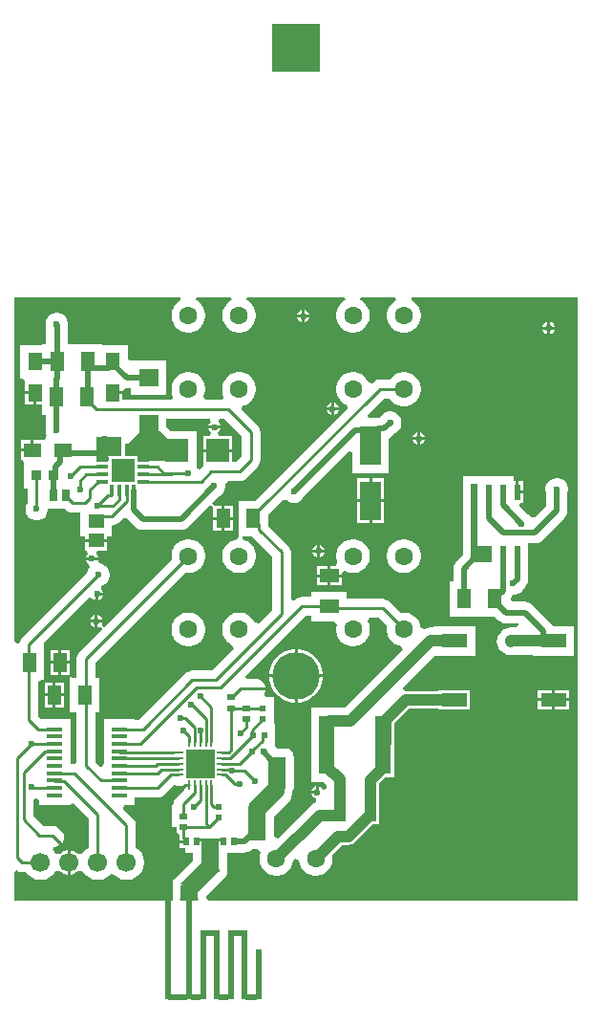
<source format=gbl>
G04*
G04 #@! TF.GenerationSoftware,Altium Limited,Altium Designer,23.1.1 (15)*
G04*
G04 Layer_Physical_Order=2*
G04 Layer_Color=16711680*
%FSLAX44Y44*%
%MOMM*%
G71*
G04*
G04 #@! TF.SameCoordinates,4FD7E483-A0BE-4EFF-918D-63B1A9DD4886*
G04*
G04*
G04 #@! TF.FilePolarity,Positive*
G04*
G01*
G75*
%ADD17C,0.2540*%
%ADD21R,0.5800X0.6400*%
%ADD24R,1.2000X1.7000*%
%ADD27R,1.4000X1.2500*%
%ADD28R,1.1000X1.7000*%
%ADD29R,1.8500X3.4500*%
%ADD30R,0.6400X0.5800*%
%ADD50C,0.5000*%
%ADD51C,1.0000*%
%ADD53C,1.7000*%
%ADD54C,1.6000*%
%ADD55C,4.2000*%
%ADD56R,4.2000X4.2000*%
%ADD57C,0.6000*%
%ADD58C,0.5000*%
%ADD59C,0.8000*%
%ADD60R,0.5800X0.6200*%
%ADD61R,0.5000X0.5200*%
%ADD62R,2.3000X1.2500*%
%ADD63R,1.6000X1.2500*%
%ADD64R,0.5500X0.6000*%
%ADD65R,0.6200X0.5800*%
%ADD66R,0.8500X0.2500*%
%ADD67R,0.2500X0.8500*%
%ADD68R,2.6000X2.6000*%
%ADD69R,1.3500X0.4000*%
%ADD70R,0.8000X1.0000*%
%ADD71R,0.3000X1.1000*%
%ADD72R,1.1000X0.3000*%
%ADD73R,2.1000X2.1000*%
%ADD74R,1.2500X1.6000*%
%ADD75R,1.7000X1.6500*%
%ADD76R,2.0000X2.1000*%
%ADD77R,0.8500X0.9000*%
%ADD78R,0.6000X1.4500*%
%ADD79R,1.4000X5.2000*%
%ADD80R,1.7000X1.2000*%
%ADD81R,1.6200X2.6500*%
G04:AMPARAMS|DCode=82|XSize=1.62mm|YSize=2.65mm|CornerRadius=0mm|HoleSize=0mm|Usage=FLASHONLY|Rotation=135.000|XOffset=0mm|YOffset=0mm|HoleType=Round|Shape=Rectangle|*
%AMROTATEDRECTD82*
4,1,4,1.5097,0.3642,-0.3642,-1.5097,-1.5097,-0.3642,0.3642,1.5097,1.5097,0.3642,0.0*
%
%ADD82ROTATEDRECTD82*%

%ADD83R,0.8750X0.5000*%
%ADD84R,0.5000X8.3000*%
%ADD85R,0.5000X4.5000*%
%ADD86R,0.9750X0.5000*%
%ADD87R,0.5000X6.1000*%
%ADD88R,0.9250X0.5000*%
%ADD89R,0.9000X0.5000*%
%ADD90R,1.6750X0.5000*%
%ADD91R,3.1448X2.1783*%
%ADD92R,1.6200X1.3000*%
G36*
X500000Y130000D02*
X173199D01*
X172957Y130056D01*
X170347Y131147D01*
Y134177D01*
X186992Y150822D01*
X188114Y152285D01*
X188820Y153988D01*
X189060Y155815D01*
Y172050D01*
X205200D01*
Y172793D01*
X206730Y172995D01*
X209041Y173952D01*
X210654Y175190D01*
X216409D01*
X218414Y172190D01*
X218076Y171375D01*
X217500Y168477D01*
Y165523D01*
X218076Y162625D01*
X219207Y159895D01*
X220849Y157438D01*
X222938Y155349D01*
X225395Y153707D01*
X228125Y152577D01*
X231022Y152000D01*
X233977D01*
X236875Y152577D01*
X239605Y153707D01*
X242062Y155349D01*
X244151Y157438D01*
X245793Y159895D01*
X246923Y162625D01*
X247341Y164724D01*
X249500Y166883D01*
X252500Y165641D01*
Y165523D01*
X253076Y162625D01*
X254207Y159895D01*
X255849Y157438D01*
X257938Y155349D01*
X260395Y153707D01*
X263125Y152577D01*
X266023Y152000D01*
X268977D01*
X271875Y152577D01*
X274605Y153707D01*
X277062Y155349D01*
X279151Y157438D01*
X280793Y159895D01*
X281924Y162625D01*
X282500Y165523D01*
Y168477D01*
X282041Y170786D01*
X290474Y179219D01*
X296574D01*
X298543Y179478D01*
X300377Y180238D01*
X301952Y181446D01*
X318465Y197960D01*
X323790D01*
Y220040D01*
X323355D01*
Y233600D01*
X328965Y239210D01*
X336790D01*
Y269256D01*
X336855Y269750D01*
Y286754D01*
X350246Y300145D01*
X376210D01*
Y298960D01*
X404290D01*
Y316540D01*
X376210D01*
Y315355D01*
X347096D01*
X346081Y315221D01*
X344619Y318003D01*
X373117Y346500D01*
X408750D01*
Y373000D01*
X371750D01*
Y371854D01*
X369250D01*
X366117Y371441D01*
X363500Y370357D01*
X361743Y370999D01*
X360420Y371882D01*
X359924Y374375D01*
X358793Y377105D01*
X357151Y379562D01*
X355062Y381651D01*
X352605Y383293D01*
X349875Y384423D01*
X346977Y385000D01*
X344023D01*
X342583Y384714D01*
X332648Y394648D01*
X330921Y395974D01*
X328909Y396807D01*
X326750Y397091D01*
X326750Y397091D01*
X294750D01*
Y403500D01*
X263750D01*
Y398841D01*
X254750D01*
X254750Y398841D01*
X252591Y398557D01*
X250579Y397724D01*
X248852Y396398D01*
X248852Y396398D01*
X248113Y395660D01*
X245341Y396808D01*
Y438500D01*
X245341Y438500D01*
X245057Y440659D01*
X244224Y442671D01*
X242898Y444398D01*
X225321Y461975D01*
Y463520D01*
X225250Y464062D01*
Y471954D01*
X237953Y484657D01*
X242073Y484534D01*
X242110Y484498D01*
X244390Y483181D01*
X246933Y482500D01*
X249566D01*
X252110Y483181D01*
X254390Y484498D01*
X256252Y486360D01*
X257060Y487759D01*
X297228Y527927D01*
X300000Y526779D01*
Y508750D01*
X332500D01*
Y539228D01*
X333041Y539452D01*
X335025Y540975D01*
X338241Y544190D01*
X339640Y544998D01*
X341502Y546860D01*
X342818Y549140D01*
X343500Y551684D01*
Y554316D01*
X342818Y556860D01*
X341502Y559140D01*
X339640Y561002D01*
X337360Y562318D01*
X334817Y563000D01*
X332183D01*
X329640Y562318D01*
X327360Y561002D01*
X325498Y559140D01*
X324690Y557741D01*
X324281Y557332D01*
X323000D01*
X322377Y557250D01*
X314466D01*
X313318Y560022D01*
X327955Y574659D01*
X333033D01*
X333849Y573438D01*
X335938Y571349D01*
X338395Y569707D01*
X341125Y568576D01*
X344023Y568000D01*
X346977D01*
X349875Y568576D01*
X352605Y569707D01*
X355062Y571349D01*
X357151Y573438D01*
X358793Y575895D01*
X359924Y578625D01*
X360500Y581523D01*
Y584477D01*
X359924Y587375D01*
X358793Y590105D01*
X357151Y592562D01*
X355062Y594651D01*
X352605Y596293D01*
X349875Y597424D01*
X346977Y598000D01*
X344023D01*
X341125Y597424D01*
X338395Y596293D01*
X335938Y594651D01*
X333849Y592562D01*
X333033Y591341D01*
X324500D01*
X322341Y591057D01*
X320329Y590224D01*
X318602Y588898D01*
X318602Y588898D01*
X317695Y587992D01*
X314312Y588851D01*
X313793Y590105D01*
X312151Y592562D01*
X310062Y594651D01*
X307605Y596293D01*
X304875Y597424D01*
X301977Y598000D01*
X299023D01*
X296125Y597424D01*
X293395Y596293D01*
X290938Y594651D01*
X288849Y592562D01*
X287207Y590105D01*
X286076Y587375D01*
X285500Y584477D01*
Y581523D01*
X286076Y578625D01*
X287207Y575895D01*
X288849Y573438D01*
X290938Y571349D01*
X293395Y569707D01*
X294649Y569188D01*
X295508Y565805D01*
X213453Y483750D01*
X199250D01*
Y453000D01*
X199250Y452750D01*
X198646Y450000D01*
X198023D01*
X195125Y449424D01*
X192395Y448293D01*
X189938Y446651D01*
X187849Y444562D01*
X186207Y442105D01*
X185077Y439375D01*
X184500Y436477D01*
Y433523D01*
X185077Y430625D01*
X186207Y427895D01*
X187849Y425438D01*
X189938Y423349D01*
X192395Y421707D01*
X195125Y420577D01*
X198023Y420000D01*
X200977D01*
X203875Y420577D01*
X206605Y421707D01*
X209062Y423349D01*
X211151Y425438D01*
X212793Y427895D01*
X213923Y430625D01*
X214500Y433523D01*
Y436477D01*
X213923Y439375D01*
X212793Y442105D01*
X211151Y444562D01*
X209062Y446651D01*
X206605Y448293D01*
X203875Y449424D01*
X202234Y449750D01*
X202530Y452750D01*
X210983D01*
X211082Y452622D01*
X228659Y435045D01*
Y386955D01*
X216695Y374992D01*
X213312Y375851D01*
X212793Y377105D01*
X211151Y379562D01*
X209062Y381651D01*
X206605Y383293D01*
X203875Y384424D01*
X200977Y385000D01*
X198023D01*
X195125Y384424D01*
X192395Y383293D01*
X189938Y381651D01*
X187849Y379562D01*
X186207Y377105D01*
X185077Y374375D01*
X184500Y371477D01*
Y368523D01*
X185077Y365625D01*
X186207Y362895D01*
X187849Y360438D01*
X189938Y358349D01*
X192395Y356707D01*
X193649Y356188D01*
X194508Y352805D01*
X175295Y333591D01*
X158000D01*
X155841Y333307D01*
X153829Y332474D01*
X152102Y331148D01*
X152102Y331148D01*
X111045Y290091D01*
X107250D01*
Y290750D01*
X79750D01*
Y274250D01*
X79750Y272750D01*
X79750Y272750D01*
X79750Y271250D01*
X79750Y271250D01*
X79750Y269750D01*
Y254750D01*
X79750Y253250D01*
X79750D01*
Y251750D01*
X79323Y249650D01*
X76436Y248610D01*
X72091Y252955D01*
Y296500D01*
X75500D01*
Y327500D01*
X72091D01*
Y340795D01*
X151583Y420286D01*
X153023Y420000D01*
X155977D01*
X158875Y420577D01*
X161605Y421707D01*
X164062Y423349D01*
X166151Y425438D01*
X167793Y427895D01*
X168923Y430625D01*
X169500Y433523D01*
Y436477D01*
X168923Y439375D01*
X167793Y442105D01*
X166151Y444562D01*
X164062Y446651D01*
X161605Y448293D01*
X158875Y449424D01*
X155977Y450000D01*
X153023D01*
X150125Y449424D01*
X147395Y448293D01*
X144938Y446651D01*
X142849Y444562D01*
X141207Y442105D01*
X140077Y439375D01*
X139500Y436477D01*
Y433523D01*
X139786Y432083D01*
X79906Y372202D01*
X77697Y374112D01*
X77957Y374741D01*
X78470Y375980D01*
X74270D01*
Y371780D01*
X75508Y372293D01*
X76138Y372553D01*
X78048Y370344D01*
X57852Y350148D01*
X56526Y348421D01*
X55693Y346409D01*
X55409Y344250D01*
X55409Y344250D01*
Y327500D01*
X52471D01*
X52253Y327500D01*
X50571Y327543D01*
X49328Y329888D01*
X49290Y330549D01*
X49290Y332474D01*
Y339730D01*
X42020D01*
Y329960D01*
X46319D01*
X46537Y329960D01*
X48219Y329917D01*
X49462Y327572D01*
X49500Y326911D01*
X49500Y324986D01*
Y296500D01*
X55409D01*
Y252546D01*
X53750Y251092D01*
X53750Y251092D01*
X49750D01*
Y258250D01*
Y266250D01*
Y272750D01*
Y290750D01*
X23797D01*
X21591Y292955D01*
Y324034D01*
X24591Y325485D01*
X25679Y325457D01*
X26922Y323112D01*
X26960Y322451D01*
X26960Y320526D01*
Y313270D01*
X34230D01*
Y323040D01*
X29931D01*
X29713Y323040D01*
X28031Y323083D01*
X26788Y325428D01*
X26750Y326089D01*
X26750Y328014D01*
Y356500D01*
X26750D01*
X26105Y358058D01*
X65981Y397934D01*
X69727Y397438D01*
X70362Y396803D01*
X72230Y396030D01*
Y401500D01*
X73500D01*
Y402770D01*
X78970D01*
X78197Y404638D01*
X76990Y405845D01*
X77262Y407691D01*
X77792Y408962D01*
X78610Y409182D01*
X80890Y410498D01*
X82752Y412360D01*
X84068Y414640D01*
X84750Y417183D01*
Y419817D01*
X84068Y422360D01*
X82752Y424640D01*
X80890Y426502D01*
X78610Y427818D01*
X76412Y428408D01*
X75887Y428838D01*
X74489Y431480D01*
X63530D01*
X64303Y429612D01*
X65862Y428053D01*
X65902Y428037D01*
X66732Y424703D01*
X66654Y424478D01*
X65431Y422360D01*
X64926Y420472D01*
X7352Y362898D01*
X6026Y361171D01*
X5193Y359159D01*
X5088Y358364D01*
X2325Y357560D01*
X0Y359444D01*
Y664500D01*
X147298D01*
X147895Y661500D01*
X147395Y661293D01*
X144938Y659651D01*
X142849Y657562D01*
X141207Y655105D01*
X140077Y652375D01*
X139500Y649477D01*
Y646523D01*
X140077Y643625D01*
X141207Y640895D01*
X142849Y638438D01*
X144938Y636349D01*
X147395Y634707D01*
X150125Y633577D01*
X153023Y633000D01*
X155977D01*
X158876Y633577D01*
X161605Y634707D01*
X164062Y636349D01*
X166151Y638438D01*
X167793Y640895D01*
X168924Y643625D01*
X169500Y646523D01*
Y649477D01*
X168924Y652375D01*
X167793Y655105D01*
X166151Y657562D01*
X164062Y659651D01*
X161605Y661293D01*
X161105Y661500D01*
X161702Y664500D01*
X192298D01*
X192895Y661500D01*
X192395Y661293D01*
X189938Y659651D01*
X187849Y657562D01*
X186208Y655105D01*
X185077Y652375D01*
X184500Y649477D01*
Y646523D01*
X185077Y643625D01*
X186208Y640895D01*
X187849Y638438D01*
X189938Y636349D01*
X192395Y634707D01*
X195125Y633577D01*
X198023Y633000D01*
X200978D01*
X203876Y633577D01*
X206605Y634707D01*
X209062Y636349D01*
X211152Y638438D01*
X212793Y640895D01*
X213924Y643625D01*
X214500Y646523D01*
Y649477D01*
X213924Y652375D01*
X212793Y655105D01*
X211152Y657562D01*
X209062Y659651D01*
X206605Y661293D01*
X206105Y661500D01*
X206702Y664500D01*
X293298D01*
X293895Y661500D01*
X293395Y661293D01*
X290938Y659651D01*
X288849Y657562D01*
X287207Y655105D01*
X286076Y652375D01*
X285500Y649477D01*
Y646523D01*
X286076Y643625D01*
X287207Y640895D01*
X288849Y638438D01*
X290938Y636349D01*
X293395Y634707D01*
X296125Y633576D01*
X299023Y633000D01*
X301977D01*
X304875Y633576D01*
X307605Y634707D01*
X310062Y636349D01*
X312151Y638438D01*
X313793Y640895D01*
X314923Y643625D01*
X315500Y646523D01*
Y649477D01*
X314923Y652375D01*
X313793Y655105D01*
X312151Y657562D01*
X310062Y659651D01*
X307605Y661293D01*
X307105Y661500D01*
X307702Y664500D01*
X338298D01*
X338895Y661500D01*
X338395Y661293D01*
X335938Y659651D01*
X333849Y657562D01*
X332207Y655105D01*
X331077Y652375D01*
X330500Y649477D01*
Y646523D01*
X331077Y643625D01*
X332207Y640895D01*
X333849Y638438D01*
X335938Y636349D01*
X338395Y634707D01*
X341125Y633576D01*
X344023Y633000D01*
X346977D01*
X349875Y633576D01*
X352605Y634707D01*
X355062Y636349D01*
X357151Y638438D01*
X358793Y640895D01*
X359924Y643625D01*
X360500Y646523D01*
Y649477D01*
X359924Y652375D01*
X358793Y655105D01*
X357151Y657562D01*
X355062Y659651D01*
X352605Y661293D01*
X352105Y661500D01*
X352702Y664500D01*
X500000D01*
Y130000D01*
D02*
G37*
G36*
X263750Y377500D02*
X284124D01*
X286128Y374500D01*
X286076Y374375D01*
X285500Y371477D01*
Y368523D01*
X286076Y365625D01*
X287207Y362895D01*
X288849Y360438D01*
X290938Y358349D01*
X293395Y356707D01*
X296125Y355577D01*
X299023Y355000D01*
X301977D01*
X304875Y355577D01*
X307605Y356707D01*
X310062Y358349D01*
X312151Y360438D01*
X313793Y362895D01*
X314923Y365625D01*
X315500Y368523D01*
Y371477D01*
X314923Y374375D01*
X313793Y377105D01*
X313590Y377409D01*
X315194Y380409D01*
X323295D01*
X330786Y372917D01*
X330500Y371477D01*
Y368523D01*
X331077Y365625D01*
X332207Y362895D01*
X333849Y360438D01*
X335938Y358349D01*
X338395Y356707D01*
X341125Y355577D01*
X343286Y355146D01*
X344236Y353225D01*
X344383Y352000D01*
X293194Y300811D01*
X279250D01*
X278787Y300750D01*
X263250D01*
Y234750D01*
X274133D01*
X276896Y231987D01*
Y229002D01*
X273897Y228406D01*
X273697Y228888D01*
X272138Y230447D01*
X270270Y231220D01*
Y225750D01*
X269000D01*
Y224480D01*
X263530D01*
X264303Y222612D01*
X265862Y221053D01*
X267898Y220210D01*
X268011Y217210D01*
X267867Y217191D01*
X264948Y215982D01*
X262441Y214058D01*
X233510Y185128D01*
X230510Y186370D01*
Y204590D01*
X244054Y218134D01*
X244082Y218170D01*
X244118Y218198D01*
X244642Y218900D01*
X245176Y219596D01*
X245194Y219638D01*
X245221Y219675D01*
X245546Y220489D01*
X245881Y221299D01*
X245887Y221344D01*
X245904Y221387D01*
X247843Y229010D01*
X247946Y229881D01*
X248060Y230750D01*
Y257250D01*
X247820Y259077D01*
X247115Y260780D01*
X245993Y262243D01*
X244530Y263365D01*
X242827Y264070D01*
X241000Y264310D01*
X233144D01*
X231550Y266650D01*
Y286850D01*
X230850D01*
Y290250D01*
Y310050D01*
X223239D01*
X221759Y313050D01*
X221974Y313329D01*
X222807Y315341D01*
X223091Y317500D01*
X222807Y319659D01*
X221974Y321671D01*
X220648Y323398D01*
X220148Y323898D01*
X218421Y325224D01*
X216409Y326057D01*
X214250Y326341D01*
X214250Y326341D01*
X206308D01*
X205159Y329113D01*
X258205Y382159D01*
X263750D01*
Y377500D01*
D02*
G37*
G36*
X241000Y230750D02*
X239062Y223127D01*
X230250Y231938D01*
Y232000D01*
X239750D01*
X241000Y230750D01*
D02*
G37*
G36*
X145000Y231810D02*
Y231250D01*
X150591D01*
X150954Y228250D01*
X143852Y221148D01*
X142526Y219421D01*
X141693Y217409D01*
X141409Y215250D01*
X139550Y214700D01*
Y194900D01*
X144010D01*
Y189760D01*
X144389D01*
X146760Y188240D01*
Y176760D01*
X151900D01*
Y172300D01*
X158740D01*
Y165450D01*
X146477Y153187D01*
X142302Y149339D01*
X142209Y149228D01*
X142094Y149140D01*
X141694Y148618D01*
X141420Y148311D01*
X140147Y148479D01*
X118336D01*
X116509Y148238D01*
X114806Y147533D01*
X113343Y146411D01*
X112221Y144949D01*
X111516Y143246D01*
X111276Y141419D01*
Y130000D01*
X0D01*
Y155098D01*
X3000Y156578D01*
X3067Y156526D01*
X5079Y155693D01*
X7238Y155409D01*
X10332D01*
X11360Y153869D01*
X13519Y151710D01*
X16058Y150014D01*
X18879Y148846D01*
X21873Y148250D01*
X24927D01*
X27921Y148846D01*
X30742Y150014D01*
X33281Y151710D01*
X35440Y153869D01*
X36970Y156160D01*
X38199Y156493D01*
X40426Y156511D01*
X42021Y154916D01*
X44539Y153462D01*
X47347Y152710D01*
X47530D01*
Y163750D01*
Y174790D01*
X47347D01*
X44539Y174038D01*
X42021Y172584D01*
X40426Y170989D01*
X38199Y171007D01*
X36970Y171340D01*
X35440Y173631D01*
X34201Y174870D01*
X35602Y177711D01*
X36000Y177659D01*
X38159Y177943D01*
X40171Y178776D01*
X41898Y180102D01*
X43224Y181829D01*
X44057Y183841D01*
X44341Y186000D01*
X44057Y188159D01*
X43224Y190171D01*
X41898Y191898D01*
X40148Y193648D01*
X38421Y194974D01*
X36409Y195807D01*
X34250Y196091D01*
X34250Y196091D01*
X25955D01*
X16881Y205165D01*
Y219261D01*
X17386Y219585D01*
X19730Y220615D01*
X20663Y220172D01*
X22250Y218957D01*
Y214250D01*
X49750D01*
Y215072D01*
X52522Y216220D01*
X65859Y202883D01*
Y176818D01*
X64319Y175790D01*
X62160Y173631D01*
X60630Y171340D01*
X59401Y171007D01*
X57174Y170989D01*
X55579Y172584D01*
X53061Y174038D01*
X50253Y174790D01*
X50070D01*
Y163750D01*
Y152710D01*
X50253D01*
X53061Y153462D01*
X55579Y154916D01*
X57174Y156511D01*
X59401Y156493D01*
X60630Y156160D01*
X62160Y153869D01*
X64319Y151710D01*
X66858Y150014D01*
X69679Y148846D01*
X72673Y148250D01*
X75727D01*
X78721Y148846D01*
X81542Y150014D01*
X84081Y151710D01*
X84868Y152498D01*
X86900Y153533D01*
X88932Y152498D01*
X89719Y151710D01*
X92258Y150014D01*
X95079Y148846D01*
X98073Y148250D01*
X101127D01*
X104121Y148846D01*
X106942Y150014D01*
X109481Y151710D01*
X111640Y153869D01*
X113336Y156408D01*
X114504Y159229D01*
X115100Y162223D01*
Y165277D01*
X114504Y168271D01*
X113336Y171092D01*
X111640Y173631D01*
X109481Y175790D01*
X107941Y176818D01*
Y196900D01*
X107941Y196900D01*
X107657Y199059D01*
X106824Y201071D01*
X105498Y202798D01*
X105498Y202798D01*
X96818Y211479D01*
X97966Y214250D01*
X107250D01*
Y220750D01*
X107250D01*
Y221409D01*
X127500D01*
X127500Y221409D01*
X129659Y221693D01*
X131671Y222526D01*
X133398Y223852D01*
X142000Y232453D01*
X145000Y231810D01*
D02*
G37*
G36*
X216500Y208500D02*
X207250Y208750D01*
X207750Y211250D01*
X208868Y215843D01*
X209157D01*
X216500Y208500D01*
D02*
G37*
G36*
X182000Y155815D02*
X181562Y155377D01*
X179085Y157651D01*
X182000D01*
Y155815D01*
D02*
G37*
G36*
X155021Y145266D02*
X156072Y143789D01*
X151831D01*
X147087Y144147D01*
X151368Y148093D01*
X155021Y145266D01*
D02*
G37*
G36*
X163287Y131147D02*
X162389Y130250D01*
X147984D01*
X147087Y131147D01*
X151231Y131676D01*
X155250Y131500D01*
X159322Y131676D01*
X163287Y131147D01*
D02*
G37*
%LPC*%
G36*
X257770Y652970D02*
Y648770D01*
X261970D01*
X261197Y650638D01*
X259638Y652197D01*
X257770Y652970D01*
D02*
G37*
G36*
X255230D02*
X253362Y652197D01*
X251803Y650638D01*
X251030Y648770D01*
X255230D01*
Y652970D01*
D02*
G37*
G36*
X261970Y646230D02*
X257770D01*
Y642030D01*
X259638Y642803D01*
X261197Y644362D01*
X261970Y646230D01*
D02*
G37*
G36*
X255230D02*
X251030D01*
X251803Y644362D01*
X253362Y642803D01*
X255230Y642030D01*
Y646230D01*
D02*
G37*
G36*
X475520Y642470D02*
Y638270D01*
X479720D01*
X478947Y640138D01*
X477388Y641697D01*
X475520Y642470D01*
D02*
G37*
G36*
X472980D02*
X471112Y641697D01*
X469553Y640138D01*
X468780Y638270D01*
X472980D01*
Y642470D01*
D02*
G37*
G36*
X479720Y635730D02*
X475520D01*
Y631530D01*
X477388Y632303D01*
X478947Y633862D01*
X479720Y635730D01*
D02*
G37*
G36*
X472980D02*
X468780D01*
X469553Y633862D01*
X471112Y632303D01*
X472980Y631530D01*
Y635730D01*
D02*
G37*
G36*
X17230Y578230D02*
X9710D01*
Y568960D01*
X17230D01*
Y578230D01*
D02*
G37*
G36*
X283676Y570831D02*
Y566631D01*
X287877D01*
X287103Y568499D01*
X285545Y570057D01*
X283676Y570831D01*
D02*
G37*
G36*
X281136D02*
X279268Y570057D01*
X277710Y568499D01*
X276936Y566631D01*
X281136D01*
Y570831D01*
D02*
G37*
G36*
X287877Y564091D02*
X283676D01*
Y559890D01*
X285545Y560664D01*
X287103Y562223D01*
X287877Y564091D01*
D02*
G37*
G36*
X281136D02*
X276936D01*
X277710Y562223D01*
X279268Y560664D01*
X281136Y559890D01*
Y564091D01*
D02*
G37*
G36*
X360270Y544470D02*
Y540270D01*
X364470D01*
X363697Y542138D01*
X362138Y543697D01*
X360270Y544470D01*
D02*
G37*
G36*
X357730D02*
X355862Y543697D01*
X354303Y542138D01*
X353530Y540270D01*
X357730D01*
Y544470D01*
D02*
G37*
G36*
X364470Y537730D02*
X360270D01*
Y533530D01*
X362138Y534303D01*
X363697Y535862D01*
X364470Y537730D01*
D02*
G37*
G36*
X357730D02*
X353530D01*
X354303Y535862D01*
X355862Y534303D01*
X357730Y533530D01*
Y537730D01*
D02*
G37*
G36*
X14980Y537790D02*
X5710D01*
Y530270D01*
X14980D01*
Y537790D01*
D02*
G37*
G36*
X39067Y650500D02*
X36433D01*
X33890Y649818D01*
X31610Y648502D01*
X29748Y646640D01*
X28431Y644360D01*
X27750Y641816D01*
Y639184D01*
X28418Y636691D01*
Y622500D01*
X25000D01*
Y622000D01*
X5250D01*
Y592000D01*
X7522D01*
X9710Y590040D01*
Y580770D01*
X18500D01*
Y579500D01*
X19770D01*
Y568960D01*
X24750D01*
Y560250D01*
X28168D01*
Y558481D01*
X28168Y558480D01*
Y549627D01*
X27750Y548066D01*
Y545434D01*
X28431Y542890D01*
X28750Y542250D01*
X28274Y539447D01*
X26790Y537790D01*
X25750Y537790D01*
X17520D01*
Y529000D01*
X16250D01*
Y527730D01*
X5710D01*
Y520210D01*
X7445D01*
X8750Y517750D01*
X8750Y517210D01*
Y494750D01*
X11659D01*
Y482302D01*
X10682Y480610D01*
X10000Y478066D01*
Y475434D01*
X10682Y472890D01*
X11998Y470610D01*
X13860Y468748D01*
X16140Y467431D01*
X18684Y466750D01*
X21316D01*
X23860Y467431D01*
X26140Y468748D01*
X28002Y470610D01*
X29318Y472890D01*
X30000Y475434D01*
Y477250D01*
X34750D01*
Y477250D01*
X44530D01*
X45928Y475852D01*
X45928Y475852D01*
X47656Y474526D01*
X49667Y473693D01*
X51826Y473409D01*
X51826Y473409D01*
X58750D01*
Y452500D01*
X63210D01*
Y450020D01*
X72750D01*
X82290D01*
Y452500D01*
X86750D01*
Y462183D01*
X88649Y462433D01*
X90660Y463266D01*
X92388Y464592D01*
X96561Y468765D01*
X100244Y468205D01*
X107474Y460975D01*
X109459Y459452D01*
X111770Y458494D01*
X114250Y458168D01*
X148000D01*
X150480Y458494D01*
X152791Y459452D01*
X154775Y460975D01*
X174148Y480347D01*
X176710Y478666D01*
X176710Y476548D01*
Y469520D01*
X183980D01*
Y479290D01*
X179638D01*
X177334Y479290D01*
X175653Y481852D01*
X181991Y488190D01*
X183390Y488998D01*
X185252Y490860D01*
X186569Y493140D01*
X187250Y495684D01*
Y498316D01*
X187158Y498659D01*
X189449Y501659D01*
X200000D01*
X200000Y501659D01*
X202159Y501943D01*
X204171Y502776D01*
X205898Y504102D01*
X215898Y514102D01*
X215898Y514102D01*
X217224Y515829D01*
X218057Y517841D01*
X218341Y520000D01*
Y545000D01*
X218057Y547159D01*
X217224Y549171D01*
X215898Y550898D01*
X215898Y550898D01*
X201710Y565087D01*
X202697Y568342D01*
X203876Y568576D01*
X206605Y569707D01*
X209062Y571349D01*
X211152Y573438D01*
X212793Y575895D01*
X213924Y578625D01*
X214500Y581523D01*
Y584477D01*
X213924Y587375D01*
X212793Y590105D01*
X211152Y592562D01*
X209062Y594651D01*
X206605Y596293D01*
X203876Y597424D01*
X200978Y598000D01*
X198023D01*
X195125Y597424D01*
X192395Y596293D01*
X189938Y594651D01*
X187849Y592562D01*
X186208Y590105D01*
X185077Y587375D01*
X184500Y584477D01*
Y581523D01*
X185077Y578625D01*
X186022Y576341D01*
X185442Y574867D01*
X184305Y573341D01*
X169695D01*
X168558Y574867D01*
X167978Y576341D01*
X168924Y578625D01*
X169500Y581523D01*
Y584477D01*
X168924Y587375D01*
X167793Y590105D01*
X166151Y592562D01*
X164062Y594651D01*
X161605Y596293D01*
X158875Y597424D01*
X155977Y598000D01*
X153023D01*
X150125Y597424D01*
X147395Y596293D01*
X144938Y594651D01*
X142849Y592562D01*
X141207Y590105D01*
X140077Y587375D01*
X139500Y584477D01*
Y581523D01*
X140077Y578625D01*
X141022Y576341D01*
X140442Y574867D01*
X139305Y573341D01*
X96290D01*
Y578230D01*
X87500D01*
Y580770D01*
X96290D01*
Y581110D01*
X99290Y583479D01*
X99750Y583418D01*
X103750D01*
Y577750D01*
X134750D01*
Y608250D01*
X103750D01*
Y608250D01*
X100928Y608679D01*
X100750Y608798D01*
Y622000D01*
X78000D01*
Y622500D01*
X52000D01*
Y622500D01*
X51000D01*
Y622500D01*
X47582D01*
Y638556D01*
X47750Y639184D01*
Y641816D01*
X47069Y644360D01*
X45752Y646640D01*
X43890Y648502D01*
X41610Y649818D01*
X39067Y650500D01*
D02*
G37*
G36*
X451590Y501540D02*
X447320D01*
Y493020D01*
X451590D01*
Y501540D01*
D02*
G37*
G36*
X328040Y503790D02*
X317520D01*
Y485270D01*
X328040D01*
Y503790D01*
D02*
G37*
G36*
X314980D02*
X304460D01*
Y485270D01*
X314980D01*
Y503790D01*
D02*
G37*
G36*
X186520Y479290D02*
Y469520D01*
X193790D01*
Y479290D01*
X186520D01*
D02*
G37*
G36*
X328040Y482730D02*
X317520D01*
Y464210D01*
X328040D01*
Y482730D01*
D02*
G37*
G36*
X314980D02*
X304460D01*
Y464210D01*
X314980D01*
Y482730D01*
D02*
G37*
G36*
X193790Y466980D02*
X186520D01*
Y457210D01*
X193790D01*
Y466980D01*
D02*
G37*
G36*
X183980D02*
X176710D01*
Y457210D01*
X183980D01*
Y466980D01*
D02*
G37*
G36*
X271270Y444970D02*
Y440770D01*
X275470D01*
X274697Y442638D01*
X273138Y444197D01*
X271270Y444970D01*
D02*
G37*
G36*
X268730D02*
X266862Y444197D01*
X265303Y442638D01*
X264530Y440770D01*
X268730D01*
Y444970D01*
D02*
G37*
G36*
X275470Y438230D02*
X271270D01*
Y434030D01*
X273138Y434803D01*
X274697Y436362D01*
X275470Y438230D01*
D02*
G37*
G36*
X268730D02*
X264530D01*
X265303Y436362D01*
X266862Y434803D01*
X268730Y434030D01*
Y438230D01*
D02*
G37*
G36*
X82290Y447480D02*
X72750D01*
X63210D01*
Y439960D01*
X64455D01*
X64848Y439259D01*
X65375Y436960D01*
X64303Y435888D01*
X63530Y434020D01*
X74470D01*
X73697Y435888D01*
X72625Y436960D01*
X73152Y439259D01*
X73545Y439960D01*
X82290D01*
Y447480D01*
D02*
G37*
G36*
X346977Y450000D02*
X344023D01*
X341125Y449423D01*
X338395Y448293D01*
X335938Y446651D01*
X333849Y444562D01*
X332207Y442105D01*
X331077Y439375D01*
X330500Y436477D01*
Y433523D01*
X331077Y430625D01*
X332207Y427895D01*
X333849Y425438D01*
X335938Y423349D01*
X338395Y421707D01*
X341125Y420577D01*
X344023Y420000D01*
X346977D01*
X349875Y420577D01*
X352605Y421707D01*
X355062Y423349D01*
X357151Y425438D01*
X358793Y427895D01*
X359924Y430625D01*
X360500Y433523D01*
Y436477D01*
X359924Y439375D01*
X358793Y442105D01*
X357151Y444562D01*
X355062Y446651D01*
X352605Y448293D01*
X349875Y449423D01*
X346977Y450000D01*
D02*
G37*
G36*
X301977D02*
X299023D01*
X296125Y449423D01*
X293395Y448293D01*
X290938Y446651D01*
X288849Y444562D01*
X287207Y442105D01*
X286076Y439375D01*
X285500Y436477D01*
Y433523D01*
X286076Y430625D01*
X286733Y429040D01*
X285142Y426040D01*
X280520D01*
Y418770D01*
X290290D01*
Y420174D01*
X293290Y421777D01*
X293395Y421707D01*
X296125Y420577D01*
X299023Y420000D01*
X301977D01*
X304875Y420577D01*
X307605Y421707D01*
X310062Y423349D01*
X312151Y425438D01*
X313793Y427895D01*
X314923Y430625D01*
X315500Y433523D01*
Y436477D01*
X314923Y439375D01*
X313793Y442105D01*
X312151Y444562D01*
X310062Y446651D01*
X307605Y448293D01*
X304875Y449423D01*
X301977Y450000D01*
D02*
G37*
G36*
X277980Y426040D02*
X268210D01*
Y418770D01*
X277980D01*
Y426040D01*
D02*
G37*
G36*
X290290Y416230D02*
X280520D01*
Y408960D01*
X290290D01*
Y416230D01*
D02*
G37*
G36*
X277980D02*
X268210D01*
Y408960D01*
X277980D01*
Y416230D01*
D02*
G37*
G36*
X78970Y400230D02*
X74770D01*
Y396030D01*
X76638Y396803D01*
X78197Y398362D01*
X78970Y400230D01*
D02*
G37*
G36*
X74270Y382720D02*
Y378520D01*
X78470D01*
X77697Y380388D01*
X76138Y381947D01*
X74270Y382720D01*
D02*
G37*
G36*
X71730D02*
X69862Y381947D01*
X68303Y380388D01*
X67530Y378520D01*
X71730D01*
Y382720D01*
D02*
G37*
G36*
Y375980D02*
X67530D01*
X68303Y374112D01*
X69862Y372553D01*
X71730Y371780D01*
Y375980D01*
D02*
G37*
G36*
X155977Y385000D02*
X153023D01*
X150125Y384424D01*
X147395Y383293D01*
X144938Y381651D01*
X142849Y379562D01*
X141207Y377105D01*
X140077Y374375D01*
X139500Y371477D01*
Y368523D01*
X140077Y365625D01*
X141207Y362895D01*
X142849Y360438D01*
X144938Y358349D01*
X147395Y356707D01*
X150125Y355577D01*
X153023Y355000D01*
X155977D01*
X158875Y355577D01*
X161605Y356707D01*
X164062Y358349D01*
X166151Y360438D01*
X167793Y362895D01*
X168923Y365625D01*
X169500Y368523D01*
Y371477D01*
X168923Y374375D01*
X167793Y377105D01*
X166151Y379562D01*
X164062Y381651D01*
X161605Y383293D01*
X158875Y384424D01*
X155977Y385000D01*
D02*
G37*
G36*
X430650Y506000D02*
X397950D01*
Y477500D01*
X397950D01*
X398112Y477338D01*
X398018Y451500D01*
X397950D01*
Y436251D01*
X392475Y430775D01*
X390952Y428791D01*
X389995Y426480D01*
X389668Y424000D01*
Y412500D01*
X386250D01*
Y381500D01*
X412250D01*
Y381500D01*
X413250D01*
Y381500D01*
X425949D01*
X429225Y378224D01*
X431209Y376702D01*
X433520Y375745D01*
X436000Y375418D01*
X446905D01*
X447282Y374854D01*
X445679Y371854D01*
X440500D01*
X437367Y371441D01*
X434448Y370232D01*
X431941Y368308D01*
X431692Y368059D01*
X429768Y365552D01*
X428559Y362633D01*
X428146Y359500D01*
X428559Y356367D01*
X429768Y353448D01*
X431692Y350942D01*
X434198Y349018D01*
X437117Y347809D01*
X440250Y347396D01*
X442149Y347646D01*
X459750D01*
Y346500D01*
X496750D01*
Y373000D01*
X477772D01*
X477548Y373541D01*
X476026Y375526D01*
X459776Y391776D01*
X457791Y393298D01*
X455480Y394255D01*
X453000Y394582D01*
X441626D01*
X440516Y396612D01*
X440323Y397582D01*
X441648Y399309D01*
X442245Y400750D01*
X443816D01*
X446360Y401432D01*
X448640Y402748D01*
X450502Y404610D01*
X451310Y406009D01*
X452826Y407525D01*
X454348Y409509D01*
X455306Y411820D01*
X455632Y414300D01*
Y423000D01*
X456050D01*
Y446168D01*
X461500D01*
X463980Y446494D01*
X466291Y447452D01*
X468275Y448974D01*
X488026Y468725D01*
X489548Y470709D01*
X490505Y473020D01*
X490832Y475500D01*
Y491373D01*
X491250Y492934D01*
Y495566D01*
X490569Y498110D01*
X489252Y500390D01*
X487390Y502252D01*
X485110Y503568D01*
X482566Y504250D01*
X479934D01*
X477390Y503568D01*
X475110Y502252D01*
X473248Y500390D01*
X471931Y498110D01*
X471250Y495566D01*
Y492934D01*
X471668Y491373D01*
Y479469D01*
X461603Y469404D01*
X458002Y469640D01*
X456140Y471502D01*
X454741Y472310D01*
X447863Y479188D01*
X449011Y481960D01*
X451590D01*
Y490480D01*
X446050D01*
Y491750D01*
X444780D01*
Y501540D01*
X443350D01*
Y506000D01*
X430650D01*
Y506000D01*
D02*
G37*
G36*
X49290Y352040D02*
X42020D01*
Y342270D01*
X49290D01*
Y352040D01*
D02*
G37*
G36*
X39480D02*
X32210D01*
Y342270D01*
X39480D01*
Y352040D01*
D02*
G37*
G36*
Y339730D02*
X32210D01*
Y329960D01*
X39480D01*
Y339730D01*
D02*
G37*
G36*
X36770Y323040D02*
Y313270D01*
X44040D01*
Y323040D01*
X36770D01*
D02*
G37*
G36*
X492290Y316540D02*
X479520D01*
Y309020D01*
X492290D01*
Y316540D01*
D02*
G37*
G36*
X476980D02*
X464210D01*
Y309020D01*
X476980D01*
Y316540D01*
D02*
G37*
G36*
X44040Y310730D02*
X36770D01*
Y300960D01*
X44040D01*
Y310730D01*
D02*
G37*
G36*
X34230D02*
X26960D01*
Y300960D01*
X34230D01*
Y310730D01*
D02*
G37*
G36*
X492290Y306480D02*
X479520D01*
Y298960D01*
X492290D01*
Y306480D01*
D02*
G37*
G36*
X476980D02*
X464210D01*
Y298960D01*
X476980D01*
Y306480D01*
D02*
G37*
%LPD*%
G36*
X201659Y541545D02*
Y523455D01*
X196545Y518341D01*
X193040D01*
Y527230D01*
X180500D01*
X167960D01*
Y515460D01*
X167960Y515460D01*
X167960D01*
X166381Y513177D01*
X165059Y511855D01*
X161520Y512559D01*
X161500Y512607D01*
Y546000D01*
X138735D01*
X134750Y549985D01*
Y556659D01*
X173404D01*
X174141Y555003D01*
X174324Y553659D01*
X173053Y552388D01*
X172280Y550520D01*
X183220D01*
X182447Y552388D01*
X181176Y553659D01*
X181359Y555003D01*
X182096Y556659D01*
X186545D01*
X201659Y541545D01*
D02*
G37*
G36*
X141250Y533500D02*
Y519250D01*
X109250D01*
Y523750D01*
X98500D01*
Y524000D01*
Y534250D01*
X100750D01*
X111750Y545250D01*
X129500D01*
X141250Y533500D01*
D02*
G37*
G36*
X94750Y523500D02*
X94500Y523250D01*
X83500D01*
X83750Y523000D01*
Y519250D01*
X73000D01*
Y540750D01*
X94750D01*
Y523500D01*
D02*
G37*
%LPC*%
G36*
X183220Y547980D02*
X172280D01*
X173053Y546112D01*
X174612Y544553D01*
X174644Y544540D01*
X174047Y541540D01*
X167960D01*
Y529770D01*
X180500D01*
X193040D01*
Y541540D01*
X181453D01*
X180856Y544540D01*
X180888Y544553D01*
X182447Y546112D01*
X183220Y547980D01*
D02*
G37*
%LPD*%
G36*
X410750Y444500D02*
X411000Y444250D01*
X423500D01*
Y430250D01*
X423250Y430000D01*
X405000D01*
X405250Y498750D01*
X410750D01*
Y444500D01*
D02*
G37*
%LPC*%
G36*
X252319Y352490D02*
X251270D01*
Y330220D01*
X273540D01*
Y331268D01*
X272635Y335816D01*
X270861Y340100D01*
X268285Y343956D01*
X265006Y347235D01*
X261150Y349811D01*
X256866Y351585D01*
X252319Y352490D01*
D02*
G37*
G36*
X248730D02*
X247682D01*
X243134Y351585D01*
X238850Y349811D01*
X234994Y347235D01*
X231715Y343956D01*
X229139Y340100D01*
X227365Y335816D01*
X226460Y331268D01*
Y330220D01*
X248730D01*
Y352490D01*
D02*
G37*
G36*
X273540Y327680D02*
X251270D01*
Y305410D01*
X252319D01*
X256866Y306315D01*
X261150Y308089D01*
X265006Y310665D01*
X268285Y313944D01*
X270861Y317800D01*
X272635Y322084D01*
X273540Y326632D01*
Y327680D01*
D02*
G37*
G36*
X248730D02*
X226460D01*
Y326632D01*
X227365Y322084D01*
X229139Y317800D01*
X231715Y313944D01*
X234994Y310665D01*
X238850Y308089D01*
X243134Y306315D01*
X247682Y305410D01*
X248730D01*
Y327680D01*
D02*
G37*
G36*
X267730Y231220D02*
X265862Y230447D01*
X264303Y228888D01*
X263530Y227020D01*
X267730D01*
Y231220D01*
D02*
G37*
%LPD*%
D17*
X34250Y187750D02*
X41898Y180102D01*
X151500Y232250D02*
X155000D01*
X146750Y227500D02*
X151500Y232250D01*
X170000Y198400D02*
Y232250D01*
Y198400D02*
X173200Y195200D01*
X181500Y203500D01*
Y203750D01*
X149750Y195200D02*
X173200D01*
X141250Y182000D02*
X141750Y182500D01*
X152200D01*
X149750Y185250D02*
X152200Y182800D01*
X149750Y185250D02*
Y195200D01*
X152200Y182500D02*
Y182800D01*
X220020Y275120D02*
X221650Y276750D01*
X211100Y262250D02*
Y262450D01*
X212730Y264080D02*
X212930D01*
X220020Y271170D02*
Y275120D01*
X212930Y264080D02*
X220020Y271170D01*
X211100Y262450D02*
X212730Y264080D01*
X200100Y251250D02*
X209270Y260420D01*
X184000Y251250D02*
X200100D01*
X209270Y260420D02*
X209470D01*
X211100Y262050D01*
Y262250D01*
X201000Y318000D02*
X223091D01*
X22500Y187750D02*
X34250D01*
X149750Y215250D02*
X160000Y225500D01*
X149750Y204800D02*
Y215250D01*
X8540Y201710D02*
Y243079D01*
Y201710D02*
X22500Y187750D01*
X193050Y310050D02*
X201000Y318000D01*
X192750Y310050D02*
X193050D01*
X27481Y262020D02*
X35770D01*
X8540Y243079D02*
X27481Y262020D01*
X15810Y230250D02*
X16080Y229980D01*
X35770D02*
X36000Y229750D01*
X35770Y262020D02*
X36000Y262250D01*
X16080Y229980D02*
X35770D01*
X36000Y268750D02*
X36230Y268520D01*
X3000Y167988D02*
X7238Y163750D01*
X3000Y167988D02*
Y256250D01*
X15500Y268750D01*
X7238Y163750D02*
X23400D01*
X74200D02*
Y206339D01*
X44519Y236020D02*
X74200Y206339D01*
X36000Y236250D02*
X36230Y236020D01*
X44519D01*
X53750Y242750D02*
X99600Y196900D01*
Y163750D02*
Y196900D01*
X36000Y242750D02*
X53750D01*
X63750Y249500D02*
Y344250D01*
Y249500D02*
X77000Y236250D01*
X175000Y215230D02*
Y232250D01*
Y215230D02*
X177480Y212750D01*
X181500D01*
X193250Y245250D02*
X204000D01*
X213250Y236000D01*
X186960Y241250D02*
X195460Y232750D01*
X200250D01*
X184000Y241250D02*
X186960D01*
X163300Y184000D02*
X174250D01*
X184070D01*
X185700Y182370D01*
X161800Y182500D02*
X163300Y184000D01*
X185700Y182250D02*
Y182370D01*
X74250Y479500D02*
X83471Y488721D01*
X87733Y479500D02*
X93250Y485017D01*
X74250Y479500D02*
X87733D01*
X83471Y488721D02*
X86520D01*
X86750Y488951D02*
Y492750D01*
X86520Y488721D02*
X86750Y488951D01*
X140500Y508750D02*
X154000D01*
X132500D02*
X140500D01*
X139250Y507500D02*
X140500Y508750D01*
X114500Y507500D02*
X139250D01*
X154000Y508750D02*
X154250Y508500D01*
X127250Y514000D02*
X132500Y508750D01*
X114500Y514000D02*
X127250D01*
X148025Y291225D02*
X152025D01*
X147750Y291500D02*
X148025Y291225D01*
X152025D02*
X160000Y283250D01*
Y270250D02*
Y283250D01*
X192314Y245250D02*
X193250D01*
X184000Y246250D02*
X191314D01*
X192314Y245250D01*
X165000Y270250D02*
Y280250D01*
X206250Y283750D02*
Y290700D01*
X200750Y278250D02*
X206250Y283750D01*
X159250Y213250D02*
X165000Y219000D01*
Y232250D01*
X93250Y485017D02*
Y492750D01*
X73000Y565000D02*
X190000D01*
X64750Y573250D02*
X73000Y565000D01*
X64750Y573250D02*
Y575750D01*
X190000Y565000D02*
X210000Y545000D01*
Y520000D02*
Y545000D01*
X200000Y510000D02*
X210000Y520000D01*
X175000Y510000D02*
X200000D01*
X166000Y501000D02*
X175000Y510000D01*
X114500Y501000D02*
X166000D01*
X324500Y583000D02*
X345500D01*
X212250Y470750D02*
X324500Y583000D01*
X212250Y468250D02*
X216980Y463520D01*
Y458520D02*
X237000Y438500D01*
Y383500D02*
Y438500D01*
X216980Y458520D02*
Y463520D01*
X212250Y468250D02*
Y470750D01*
X178750Y325250D02*
X237000Y383500D01*
X158000Y325250D02*
X178750D01*
X114500Y281750D02*
X158000Y325250D01*
X93500Y281750D02*
X114500D01*
X279250Y390500D02*
X281000Y388750D01*
X326750D01*
X345500Y370000D01*
X183000Y318750D02*
X254750Y390500D01*
X279250D01*
X161750Y318750D02*
X183000D01*
X111750Y268750D02*
X161750Y318750D01*
X93500Y268750D02*
X111750D01*
X13250Y341500D02*
X13750Y341000D01*
X150250Y280250D02*
X155000Y275500D01*
Y270250D02*
Y275500D01*
X15500Y268750D02*
X36000D01*
X15500Y268750D02*
X15500Y268750D01*
X77000Y236250D02*
X93500D01*
X63750Y344250D02*
X154500Y435000D01*
X13250Y289500D02*
Y357000D01*
X74750Y418500D01*
X13250Y289500D02*
X21000Y281750D01*
X36000D01*
X160000Y225500D02*
Y232250D01*
X191350Y256250D02*
X210020Y274920D01*
X210220D02*
X211850Y276550D01*
Y276750D01*
X184000Y256250D02*
X191350D01*
X210020Y274920D02*
X210220D01*
X210980Y277620D02*
Y280780D01*
Y277620D02*
X211850Y276750D01*
X220550Y290350D02*
X220750D01*
X210980Y280780D02*
X220550Y290350D01*
X206250Y300300D02*
X220600D01*
X220750Y300150D01*
X206100Y300450D02*
X206250Y300300D01*
X192750Y300450D02*
X206100D01*
X184000Y261250D02*
X190750D01*
X192750Y263250D02*
Y300450D01*
X190750Y261250D02*
X192750Y263250D01*
X175000Y270250D02*
Y301250D01*
X165000Y311250D02*
X175000Y301250D01*
X157314Y303750D02*
X170000Y291064D01*
Y270250D02*
Y291064D01*
X156500Y303750D02*
X157314D01*
X94000Y256250D02*
X146000D01*
X130500Y246250D02*
X146000D01*
X127500Y229750D02*
X139000Y241250D01*
X127500Y251250D02*
X146000D01*
X139000Y241250D02*
X146000D01*
X125500Y249250D02*
X127500Y251250D01*
X93500Y249250D02*
X125500D01*
X93500Y229750D02*
X127500D01*
X127000Y242750D02*
X130500Y246250D01*
X93500Y242750D02*
X127000D01*
X93500Y255750D02*
X94000Y256250D01*
X94230Y261520D02*
X100258D01*
X100468Y261310D02*
X141190D01*
X93500Y262250D02*
X94230Y261520D01*
X100258D02*
X100468Y261310D01*
X77598Y470490D02*
X86490D01*
X99750Y483750D01*
Y492750D01*
X48070Y485506D02*
X51826Y481750D01*
X63000D01*
X67500Y486250D01*
Y493750D01*
X74750Y501000D01*
X78500D01*
X58250Y493750D02*
Y501750D01*
X64000Y507500D01*
X78500D01*
X50000Y505750D02*
X58250Y514000D01*
X78500D01*
X20000Y476750D02*
Y506250D01*
D21*
X185700Y182250D02*
D03*
X195300D02*
D03*
X152200Y182500D02*
D03*
X161800D02*
D03*
D24*
X35500Y312000D02*
D03*
X62500D02*
D03*
X212250Y468250D02*
D03*
X185250D02*
D03*
X65000Y607000D02*
D03*
X38000D02*
D03*
X64750Y575750D02*
D03*
X37750Y575750D02*
D03*
X399250Y397000D02*
D03*
X426250D02*
D03*
X40750Y341000D02*
D03*
X13750D02*
D03*
D27*
X72750Y465750D02*
D03*
Y448750D02*
D03*
D28*
X288750Y209000D02*
D03*
X315750D02*
D03*
D29*
X316250Y533000D02*
D03*
Y484000D02*
D03*
D30*
X149750Y204800D02*
D03*
Y195200D02*
D03*
X192750Y310050D02*
D03*
Y300450D02*
D03*
X206250Y290700D02*
D03*
Y300300D02*
D03*
D50*
X227450Y255500D02*
X227750D01*
X220900Y262050D02*
Y262250D01*
Y262050D02*
X227450Y255500D01*
X204250Y182250D02*
X209500Y187500D01*
X195300Y182250D02*
X204250D01*
X65000Y605000D02*
Y607000D01*
Y576000D02*
Y605000D01*
X64750Y575750D02*
X65000Y576000D01*
X83750Y603250D02*
X87500Y607000D01*
X83750Y601500D02*
Y603250D01*
X37750Y558481D02*
Y591750D01*
X38000Y607000D02*
X38000Y607000D01*
X38000Y592000D02*
Y607000D01*
X37750Y591750D02*
X38000Y592000D01*
X65000Y605000D02*
X68500Y601500D01*
X83750D01*
X87500Y605250D01*
Y607000D01*
X18500Y607000D02*
X38000D01*
X38000Y607000D01*
X37750Y640229D02*
Y640500D01*
Y640229D02*
X38000Y639980D01*
Y607000D02*
Y639980D01*
X37750Y546750D02*
Y558481D01*
X37750Y558481D02*
X37750Y558481D01*
X87500Y605250D02*
X99750Y593000D01*
X119250D01*
X430000Y391000D02*
X436000Y385000D01*
X426250Y394500D02*
Y397000D01*
Y394500D02*
X429750Y391000D01*
X430000D01*
X436000Y385000D02*
X453000D01*
X469250Y368750D01*
X473000Y359750D02*
X478250D01*
X469250Y363500D02*
X473000Y359750D01*
X469250Y363500D02*
Y368750D01*
X248250Y492500D02*
X302429Y546679D01*
X40929Y525750D02*
X77500D01*
X77750Y526000D01*
X40429Y525250D02*
X40929Y525750D01*
X316250Y533000D02*
Y543000D01*
X35000Y506250D02*
X36428Y507678D01*
Y514179D02*
X40429Y518179D01*
X36428Y507678D02*
Y514179D01*
X40429Y518179D02*
Y525250D01*
X312571Y546679D02*
X316250Y543000D01*
X302429Y546679D02*
X312571D01*
X316250Y541000D02*
X323000Y547750D01*
X328250D02*
X333500Y553000D01*
X323000Y547750D02*
X328250D01*
X148000Y467750D02*
X177250Y497000D01*
X114250Y467750D02*
X148000D01*
X106250Y475750D02*
X114250Y467750D01*
X106250Y475750D02*
Y492750D01*
X35000Y489500D02*
X35250Y489250D01*
X35000Y489500D02*
Y506250D01*
X481250Y475500D02*
Y494250D01*
X461500Y455750D02*
X481250Y475500D01*
X453330Y455460D02*
X453620Y455750D01*
X461500D01*
X433500D02*
X446380D01*
X446670Y455460D01*
X453330D01*
X420650Y468600D02*
X433500Y455750D01*
X420650Y468600D02*
Y491750D01*
X399250Y424000D02*
X408686Y433436D01*
X399250Y397000D02*
Y424000D01*
X426250Y397000D02*
X433350Y404100D01*
Y437250D01*
Y480150D02*
X450000Y463500D01*
X433350Y480150D02*
Y491750D01*
X442500Y410750D02*
X446050Y414300D01*
Y437250D01*
D51*
X440500Y359750D02*
X473000D01*
X277250Y248750D02*
Y286708D01*
X279250Y288708D01*
X298207D02*
X369250Y359750D01*
X279250Y288708D02*
X298207D01*
X369250Y359750D02*
X390250D01*
X440250Y359500D02*
X440500Y359750D01*
X325250Y265750D02*
X329250Y269750D01*
Y289904D01*
X347096Y307750D01*
X390250D01*
X315750Y236750D02*
X325250Y246250D01*
Y265750D01*
X315750Y206000D02*
Y236750D01*
X288750Y209000D02*
X289000Y209250D01*
X277250Y248750D02*
X289000Y237000D01*
Y209250D02*
Y237000D01*
X296574Y186824D02*
X315750Y206000D01*
X267500Y167000D02*
X287324Y186824D01*
X296574D01*
X271000Y205500D02*
X288250D01*
X288750Y206000D02*
Y209000D01*
X232500Y167000D02*
X271000Y205500D01*
X288250D02*
X288750Y206000D01*
D53*
X99600Y163750D02*
D03*
X74200D02*
D03*
X48800D02*
D03*
X23400D02*
D03*
D54*
X154500Y648000D02*
D03*
X154500Y583000D02*
D03*
X199500D02*
D03*
Y648000D02*
D03*
X300500Y583000D02*
D03*
Y648000D02*
D03*
X345500D02*
D03*
Y583000D02*
D03*
Y370000D02*
D03*
Y435000D02*
D03*
X300500D02*
D03*
Y370000D02*
D03*
X154500Y435000D02*
D03*
Y370000D02*
D03*
X199500D02*
D03*
Y435000D02*
D03*
X232500Y167000D02*
D03*
X267500D02*
D03*
D55*
X250000Y328950D02*
D03*
D56*
Y885050D02*
D03*
D57*
X73500Y401500D02*
D03*
X270000Y439500D02*
D03*
X256500Y647500D02*
D03*
X282407Y565361D02*
D03*
X159250Y213250D02*
D03*
X15810Y230250D02*
D03*
X73000Y377250D02*
D03*
X213250Y236000D02*
D03*
X200250Y232750D02*
D03*
X69000Y432750D02*
D03*
X74250Y479500D02*
D03*
X177750Y549250D02*
D03*
X474250Y637000D02*
D03*
X359000Y539000D02*
D03*
X269000Y225750D02*
D03*
X165000Y280250D02*
D03*
X147750Y291500D02*
D03*
X154250Y508500D02*
D03*
X193250Y245250D02*
D03*
X200750Y278250D02*
D03*
X150250Y280250D02*
D03*
X15500Y268750D02*
D03*
X74750Y418500D02*
D03*
X248250Y492500D02*
D03*
X80500Y539000D02*
D03*
X333500Y553000D02*
D03*
X37750Y640500D02*
D03*
X165000Y311250D02*
D03*
X156500Y303750D02*
D03*
X37750Y546750D02*
D03*
X177250Y497000D02*
D03*
X58250Y493750D02*
D03*
X50000Y505750D02*
D03*
X20000Y476750D02*
D03*
X481250Y494250D02*
D03*
X450000Y463500D02*
D03*
X442500Y410750D02*
D03*
D58*
X159500Y245750D02*
D03*
X170500D02*
D03*
X159500Y256750D02*
D03*
X170500D02*
D03*
X91000Y516250D02*
D03*
Y505250D02*
D03*
X102000Y516250D02*
D03*
Y505250D02*
D03*
D59*
X440250Y359500D02*
D03*
D60*
X220900Y262250D02*
D03*
X211100D02*
D03*
X221650Y276750D02*
D03*
X211850D02*
D03*
D61*
X136250Y127750D02*
D03*
X155250D02*
D03*
D62*
X478250Y359750D02*
D03*
Y307750D02*
D03*
X390250Y359750D02*
D03*
Y307750D02*
D03*
D63*
X16250Y529000D02*
D03*
X43750D02*
D03*
D64*
X181500Y212750D02*
D03*
Y203750D02*
D03*
D65*
X220750Y300150D02*
D03*
Y290350D02*
D03*
D66*
X146000Y241250D02*
D03*
Y246250D02*
D03*
Y251250D02*
D03*
Y256250D02*
D03*
Y261250D02*
D03*
X184000D02*
D03*
Y256250D02*
D03*
Y251250D02*
D03*
Y246250D02*
D03*
Y241250D02*
D03*
D67*
X155000Y270250D02*
D03*
X160000D02*
D03*
X165000D02*
D03*
X170000D02*
D03*
X175000D02*
D03*
Y232250D02*
D03*
X170000D02*
D03*
X165000D02*
D03*
X160000D02*
D03*
X155000D02*
D03*
D68*
X165000Y251250D02*
D03*
D69*
X36000Y223250D02*
D03*
Y229750D02*
D03*
Y236250D02*
D03*
Y242750D02*
D03*
Y249250D02*
D03*
Y255750D02*
D03*
Y262250D02*
D03*
Y268750D02*
D03*
Y275250D02*
D03*
Y281750D02*
D03*
X93500Y223250D02*
D03*
X93500Y229750D02*
D03*
Y236250D02*
D03*
X93500Y242750D02*
D03*
X93500Y249250D02*
D03*
Y255750D02*
D03*
X93500Y262250D02*
D03*
X93500Y268750D02*
D03*
Y275250D02*
D03*
X93500Y281750D02*
D03*
D70*
X35250Y489250D02*
D03*
X45750Y489250D02*
D03*
D71*
X86750Y528750D02*
D03*
X93250D02*
D03*
X99750Y528750D02*
D03*
X106250Y528750D02*
D03*
Y492750D02*
D03*
X99750Y492750D02*
D03*
X93250D02*
D03*
X86750Y492750D02*
D03*
D72*
X114500Y520500D02*
D03*
Y514000D02*
D03*
Y507500D02*
D03*
Y501000D02*
D03*
X78500Y501000D02*
D03*
Y507500D02*
D03*
Y514000D02*
D03*
Y520500D02*
D03*
D73*
X96500Y510750D02*
D03*
D74*
X87500Y579500D02*
D03*
X87500Y607000D02*
D03*
X18500Y579500D02*
D03*
Y607000D02*
D03*
D75*
X119250Y593000D02*
D03*
X119250Y552500D02*
D03*
D76*
X144500Y528500D02*
D03*
X180500Y528500D02*
D03*
D77*
X35000Y506250D02*
D03*
X20000D02*
D03*
D78*
X446050Y437250D02*
D03*
X433350Y437250D02*
D03*
X420650Y437250D02*
D03*
X407950D02*
D03*
X446050Y491750D02*
D03*
X433350Y491750D02*
D03*
X420650Y491750D02*
D03*
X407950D02*
D03*
D79*
X277250Y267750D02*
D03*
X327250Y267750D02*
D03*
D80*
X279250Y417500D02*
D03*
Y390500D02*
D03*
D81*
X215350Y195500D02*
D03*
X232900Y244000D02*
D03*
X173900Y170750D02*
D03*
D82*
X223965Y219485D02*
D03*
X166465Y151735D02*
D03*
D83*
X173375Y100758D02*
D03*
X198125Y100758D02*
D03*
D84*
X155250Y83753D02*
D03*
X136250Y83753D02*
D03*
D85*
X216750Y64755D02*
D03*
D86*
X210375Y44755D02*
D03*
D87*
X204450Y72754D02*
D03*
X192150Y72755D02*
D03*
X179850Y72755D02*
D03*
X167550Y72755D02*
D03*
D88*
X185876Y44756D02*
D03*
D89*
X161251D02*
D03*
D90*
X144876Y44756D02*
D03*
D91*
X125921Y140892D02*
D03*
D92*
X155187Y137647D02*
D03*
M02*

</source>
